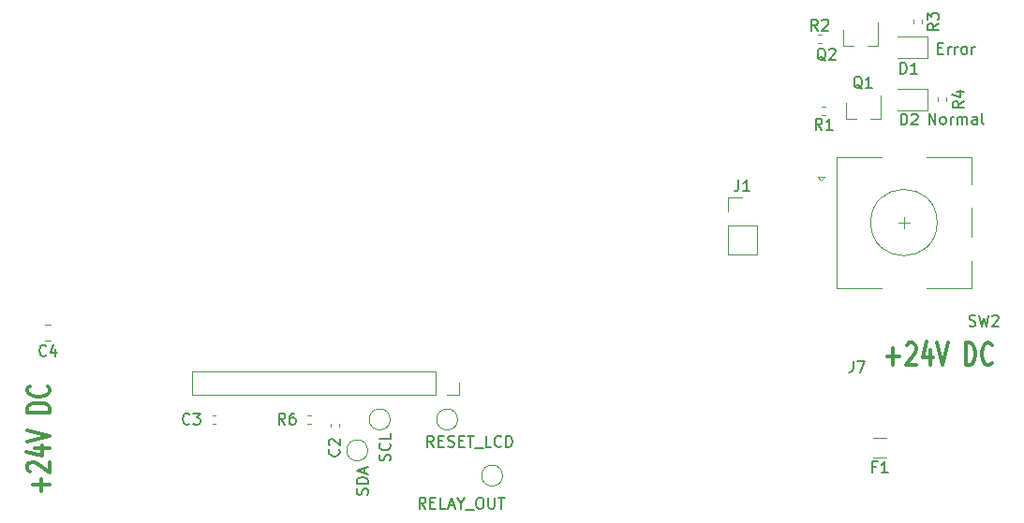
<source format=gbr>
%TF.GenerationSoftware,KiCad,Pcbnew,(5.1.10-1-10_14)*%
%TF.CreationDate,2022-07-31T12:18:55+02:00*%
%TF.ProjectId,RO Flow Counter,524f2046-6c6f-4772-9043-6f756e746572,rev?*%
%TF.SameCoordinates,Original*%
%TF.FileFunction,Legend,Top*%
%TF.FilePolarity,Positive*%
%FSLAX46Y46*%
G04 Gerber Fmt 4.6, Leading zero omitted, Abs format (unit mm)*
G04 Created by KiCad (PCBNEW (5.1.10-1-10_14)) date 2022-07-31 12:18:55*
%MOMM*%
%LPD*%
G01*
G04 APERTURE LIST*
%ADD10C,0.375000*%
%ADD11C,0.150000*%
%ADD12C,0.120000*%
G04 APERTURE END LIST*
D10*
X211947714Y-95138857D02*
X213090571Y-95138857D01*
X212519142Y-95900761D02*
X212519142Y-94376952D01*
X213733428Y-94091238D02*
X213804857Y-93996000D01*
X213947714Y-93900761D01*
X214304857Y-93900761D01*
X214447714Y-93996000D01*
X214519142Y-94091238D01*
X214590571Y-94281714D01*
X214590571Y-94472190D01*
X214519142Y-94757904D01*
X213662000Y-95900761D01*
X214590571Y-95900761D01*
X215876285Y-94567428D02*
X215876285Y-95900761D01*
X215519142Y-93805523D02*
X215162000Y-95234095D01*
X216090571Y-95234095D01*
X216447714Y-93900761D02*
X216947714Y-95900761D01*
X217447714Y-93900761D01*
X219090571Y-95900761D02*
X219090571Y-93900761D01*
X219447714Y-93900761D01*
X219662000Y-93996000D01*
X219804857Y-94186476D01*
X219876285Y-94376952D01*
X219947714Y-94757904D01*
X219947714Y-95043619D01*
X219876285Y-95424571D01*
X219804857Y-95615047D01*
X219662000Y-95805523D01*
X219447714Y-95900761D01*
X219090571Y-95900761D01*
X221447714Y-95710285D02*
X221376285Y-95805523D01*
X221162000Y-95900761D01*
X221019142Y-95900761D01*
X220804857Y-95805523D01*
X220662000Y-95615047D01*
X220590571Y-95424571D01*
X220519142Y-95043619D01*
X220519142Y-94757904D01*
X220590571Y-94376952D01*
X220662000Y-94186476D01*
X220804857Y-93996000D01*
X221019142Y-93900761D01*
X221162000Y-93900761D01*
X221376285Y-93996000D01*
X221447714Y-94091238D01*
X135524857Y-107330285D02*
X135524857Y-106187428D01*
X136286761Y-106758857D02*
X134762952Y-106758857D01*
X134477238Y-105544571D02*
X134382000Y-105473142D01*
X134286761Y-105330285D01*
X134286761Y-104973142D01*
X134382000Y-104830285D01*
X134477238Y-104758857D01*
X134667714Y-104687428D01*
X134858190Y-104687428D01*
X135143904Y-104758857D01*
X136286761Y-105616000D01*
X136286761Y-104687428D01*
X134953428Y-103401714D02*
X136286761Y-103401714D01*
X134191523Y-103758857D02*
X135620095Y-104116000D01*
X135620095Y-103187428D01*
X134286761Y-102830285D02*
X136286761Y-102330285D01*
X134286761Y-101830285D01*
X136286761Y-100187428D02*
X134286761Y-100187428D01*
X134286761Y-99830285D01*
X134382000Y-99616000D01*
X134572476Y-99473142D01*
X134762952Y-99401714D01*
X135143904Y-99330285D01*
X135429619Y-99330285D01*
X135810571Y-99401714D01*
X136001047Y-99473142D01*
X136191523Y-99616000D01*
X136286761Y-99830285D01*
X136286761Y-100187428D01*
X136096285Y-97830285D02*
X136191523Y-97901714D01*
X136286761Y-98116000D01*
X136286761Y-98258857D01*
X136191523Y-98473142D01*
X136001047Y-98616000D01*
X135810571Y-98687428D01*
X135429619Y-98758857D01*
X135143904Y-98758857D01*
X134762952Y-98687428D01*
X134572476Y-98616000D01*
X134382000Y-98473142D01*
X134286761Y-98258857D01*
X134286761Y-98116000D01*
X134382000Y-97901714D01*
X134477238Y-97830285D01*
D11*
X215757428Y-74112380D02*
X215757428Y-73112380D01*
X216328857Y-74112380D01*
X216328857Y-73112380D01*
X216947904Y-74112380D02*
X216852666Y-74064761D01*
X216805047Y-74017142D01*
X216757428Y-73921904D01*
X216757428Y-73636190D01*
X216805047Y-73540952D01*
X216852666Y-73493333D01*
X216947904Y-73445714D01*
X217090761Y-73445714D01*
X217186000Y-73493333D01*
X217233619Y-73540952D01*
X217281238Y-73636190D01*
X217281238Y-73921904D01*
X217233619Y-74017142D01*
X217186000Y-74064761D01*
X217090761Y-74112380D01*
X216947904Y-74112380D01*
X217709809Y-74112380D02*
X217709809Y-73445714D01*
X217709809Y-73636190D02*
X217757428Y-73540952D01*
X217805047Y-73493333D01*
X217900285Y-73445714D01*
X217995523Y-73445714D01*
X218328857Y-74112380D02*
X218328857Y-73445714D01*
X218328857Y-73540952D02*
X218376476Y-73493333D01*
X218471714Y-73445714D01*
X218614571Y-73445714D01*
X218709809Y-73493333D01*
X218757428Y-73588571D01*
X218757428Y-74112380D01*
X218757428Y-73588571D02*
X218805047Y-73493333D01*
X218900285Y-73445714D01*
X219043142Y-73445714D01*
X219138380Y-73493333D01*
X219186000Y-73588571D01*
X219186000Y-74112380D01*
X220090761Y-74112380D02*
X220090761Y-73588571D01*
X220043142Y-73493333D01*
X219947904Y-73445714D01*
X219757428Y-73445714D01*
X219662190Y-73493333D01*
X220090761Y-74064761D02*
X219995523Y-74112380D01*
X219757428Y-74112380D01*
X219662190Y-74064761D01*
X219614571Y-73969523D01*
X219614571Y-73874285D01*
X219662190Y-73779047D01*
X219757428Y-73731428D01*
X219995523Y-73731428D01*
X220090761Y-73683809D01*
X220709809Y-74112380D02*
X220614571Y-74064761D01*
X220566952Y-73969523D01*
X220566952Y-73112380D01*
X216590761Y-67238571D02*
X216924095Y-67238571D01*
X217066952Y-67762380D02*
X216590761Y-67762380D01*
X216590761Y-66762380D01*
X217066952Y-66762380D01*
X217495523Y-67762380D02*
X217495523Y-67095714D01*
X217495523Y-67286190D02*
X217543142Y-67190952D01*
X217590761Y-67143333D01*
X217686000Y-67095714D01*
X217781238Y-67095714D01*
X218114571Y-67762380D02*
X218114571Y-67095714D01*
X218114571Y-67286190D02*
X218162190Y-67190952D01*
X218209809Y-67143333D01*
X218305047Y-67095714D01*
X218400285Y-67095714D01*
X218876476Y-67762380D02*
X218781238Y-67714761D01*
X218733619Y-67667142D01*
X218686000Y-67571904D01*
X218686000Y-67286190D01*
X218733619Y-67190952D01*
X218781238Y-67143333D01*
X218876476Y-67095714D01*
X219019333Y-67095714D01*
X219114571Y-67143333D01*
X219162190Y-67190952D01*
X219209809Y-67286190D01*
X219209809Y-67571904D01*
X219162190Y-67667142D01*
X219114571Y-67714761D01*
X219019333Y-67762380D01*
X218876476Y-67762380D01*
X219638380Y-67762380D02*
X219638380Y-67095714D01*
X219638380Y-67286190D02*
X219686000Y-67190952D01*
X219733619Y-67143333D01*
X219828857Y-67095714D01*
X219924095Y-67095714D01*
D12*
%TO.C,J1*%
X197552000Y-80712000D02*
X198882000Y-80712000D01*
X197552000Y-82042000D02*
X197552000Y-80712000D01*
X197552000Y-83312000D02*
X200212000Y-83312000D01*
X200212000Y-83312000D02*
X200212000Y-85912000D01*
X197552000Y-83312000D02*
X197552000Y-85912000D01*
X197552000Y-85912000D02*
X200212000Y-85912000D01*
%TO.C,F1*%
X211930064Y-102468000D02*
X210725936Y-102468000D01*
X211930064Y-104288000D02*
X210725936Y-104288000D01*
%TO.C,TP8*%
X173162000Y-100838000D02*
G75*
G03*
X173162000Y-100838000I-950000J0D01*
G01*
%TO.C,TP6*%
X165034000Y-103632000D02*
G75*
G03*
X165034000Y-103632000I-950000J0D01*
G01*
%TO.C,TP4*%
X177226000Y-105918000D02*
G75*
G03*
X177226000Y-105918000I-950000J0D01*
G01*
%TO.C,TP11*%
X167066000Y-100838000D02*
G75*
G03*
X167066000Y-100838000I-950000J0D01*
G01*
%TO.C,J2*%
X173272000Y-97536000D02*
X173272000Y-98596000D01*
X173272000Y-98596000D02*
X172212000Y-98596000D01*
X171212000Y-98596000D02*
X149152000Y-98596000D01*
X149152000Y-96476000D02*
X149152000Y-98596000D01*
X171212000Y-96476000D02*
X149152000Y-96476000D01*
X171212000Y-96476000D02*
X171212000Y-98596000D01*
%TO.C,SW2*%
X212994000Y-83018000D02*
X213994000Y-83018000D01*
X213494000Y-82518000D02*
X213494000Y-83518000D01*
X219594000Y-86518000D02*
X219594000Y-88918000D01*
X219594000Y-81718000D02*
X219594000Y-84318000D01*
X219594000Y-77118000D02*
X219594000Y-79518000D01*
X206294000Y-78918000D02*
X205994000Y-79218000D01*
X205694000Y-78918000D02*
X206294000Y-78918000D01*
X205994000Y-79218000D02*
X205694000Y-78918000D01*
X207394000Y-77118000D02*
X207394000Y-88918000D01*
X211494000Y-77118000D02*
X207394000Y-77118000D01*
X211494000Y-88918000D02*
X207394000Y-88918000D01*
X219594000Y-88918000D02*
X215494000Y-88918000D01*
X215494000Y-77118000D02*
X219594000Y-77118000D01*
X216494000Y-83018000D02*
G75*
G03*
X216494000Y-83018000I-3000000J0D01*
G01*
%TO.C,R6*%
X159612359Y-100458000D02*
X159919641Y-100458000D01*
X159612359Y-101218000D02*
X159919641Y-101218000D01*
%TO.C,R4*%
X216536000Y-72033641D02*
X216536000Y-71726359D01*
X217296000Y-72033641D02*
X217296000Y-71726359D01*
%TO.C,R3*%
X214376000Y-64997641D02*
X214376000Y-64690359D01*
X215136000Y-64997641D02*
X215136000Y-64690359D01*
%TO.C,R2*%
X205712359Y-65988000D02*
X206019641Y-65988000D01*
X205712359Y-66748000D02*
X206019641Y-66748000D01*
%TO.C,R1*%
X206092359Y-72518000D02*
X206399641Y-72518000D01*
X206092359Y-73278000D02*
X206399641Y-73278000D01*
%TO.C,Q2*%
X207970000Y-67054000D02*
X208900000Y-67054000D01*
X211130000Y-67054000D02*
X210200000Y-67054000D01*
X211130000Y-67054000D02*
X211130000Y-64894000D01*
X207970000Y-67054000D02*
X207970000Y-65594000D01*
%TO.C,Q1*%
X208224000Y-73658000D02*
X209154000Y-73658000D01*
X211384000Y-73658000D02*
X210454000Y-73658000D01*
X211384000Y-73658000D02*
X211384000Y-71498000D01*
X208224000Y-73658000D02*
X208224000Y-72198000D01*
%TO.C,D2*%
X212946500Y-72842000D02*
X215631500Y-72842000D01*
X215631500Y-72842000D02*
X215631500Y-70922000D01*
X215631500Y-70922000D02*
X212946500Y-70922000D01*
%TO.C,D1*%
X212915500Y-68090000D02*
X215600500Y-68090000D01*
X215600500Y-68090000D02*
X215600500Y-66170000D01*
X215600500Y-66170000D02*
X212915500Y-66170000D01*
%TO.C,C4*%
X136405252Y-93699000D02*
X135882748Y-93699000D01*
X136405252Y-92229000D02*
X135882748Y-92229000D01*
%TO.C,C3*%
X151022164Y-100478000D02*
X151237836Y-100478000D01*
X151022164Y-101198000D02*
X151237836Y-101198000D01*
%TO.C,C2*%
X161692000Y-101238164D02*
X161692000Y-101453836D01*
X162412000Y-101238164D02*
X162412000Y-101453836D01*
%TO.C,J7*%
D11*
X208906666Y-95562380D02*
X208906666Y-96276666D01*
X208859047Y-96419523D01*
X208763809Y-96514761D01*
X208620952Y-96562380D01*
X208525714Y-96562380D01*
X209287619Y-95562380D02*
X209954285Y-95562380D01*
X209525714Y-96562380D01*
%TO.C,J1*%
X198548666Y-79164380D02*
X198548666Y-79878666D01*
X198501047Y-80021523D01*
X198405809Y-80116761D01*
X198262952Y-80164380D01*
X198167714Y-80164380D01*
X199548666Y-80164380D02*
X198977238Y-80164380D01*
X199262952Y-80164380D02*
X199262952Y-79164380D01*
X199167714Y-79307238D01*
X199072476Y-79402476D01*
X198977238Y-79450095D01*
%TO.C,F1*%
X210994666Y-105126571D02*
X210661333Y-105126571D01*
X210661333Y-105650380D02*
X210661333Y-104650380D01*
X211137523Y-104650380D01*
X212042285Y-105650380D02*
X211470857Y-105650380D01*
X211756571Y-105650380D02*
X211756571Y-104650380D01*
X211661333Y-104793238D01*
X211566095Y-104888476D01*
X211470857Y-104936095D01*
%TO.C,TP8*%
X171005904Y-103322380D02*
X170672571Y-102846190D01*
X170434476Y-103322380D02*
X170434476Y-102322380D01*
X170815428Y-102322380D01*
X170910666Y-102370000D01*
X170958285Y-102417619D01*
X171005904Y-102512857D01*
X171005904Y-102655714D01*
X170958285Y-102750952D01*
X170910666Y-102798571D01*
X170815428Y-102846190D01*
X170434476Y-102846190D01*
X171434476Y-102798571D02*
X171767809Y-102798571D01*
X171910666Y-103322380D02*
X171434476Y-103322380D01*
X171434476Y-102322380D01*
X171910666Y-102322380D01*
X172291619Y-103274761D02*
X172434476Y-103322380D01*
X172672571Y-103322380D01*
X172767809Y-103274761D01*
X172815428Y-103227142D01*
X172863047Y-103131904D01*
X172863047Y-103036666D01*
X172815428Y-102941428D01*
X172767809Y-102893809D01*
X172672571Y-102846190D01*
X172482095Y-102798571D01*
X172386857Y-102750952D01*
X172339238Y-102703333D01*
X172291619Y-102608095D01*
X172291619Y-102512857D01*
X172339238Y-102417619D01*
X172386857Y-102370000D01*
X172482095Y-102322380D01*
X172720190Y-102322380D01*
X172863047Y-102370000D01*
X173291619Y-102798571D02*
X173624952Y-102798571D01*
X173767809Y-103322380D02*
X173291619Y-103322380D01*
X173291619Y-102322380D01*
X173767809Y-102322380D01*
X174053523Y-102322380D02*
X174624952Y-102322380D01*
X174339238Y-103322380D02*
X174339238Y-102322380D01*
X174720190Y-103417619D02*
X175482095Y-103417619D01*
X176196380Y-103322380D02*
X175720190Y-103322380D01*
X175720190Y-102322380D01*
X177101142Y-103227142D02*
X177053523Y-103274761D01*
X176910666Y-103322380D01*
X176815428Y-103322380D01*
X176672571Y-103274761D01*
X176577333Y-103179523D01*
X176529714Y-103084285D01*
X176482095Y-102893809D01*
X176482095Y-102750952D01*
X176529714Y-102560476D01*
X176577333Y-102465238D01*
X176672571Y-102370000D01*
X176815428Y-102322380D01*
X176910666Y-102322380D01*
X177053523Y-102370000D01*
X177101142Y-102417619D01*
X177529714Y-103322380D02*
X177529714Y-102322380D01*
X177767809Y-102322380D01*
X177910666Y-102370000D01*
X178005904Y-102465238D01*
X178053523Y-102560476D01*
X178101142Y-102750952D01*
X178101142Y-102893809D01*
X178053523Y-103084285D01*
X178005904Y-103179523D01*
X177910666Y-103274761D01*
X177767809Y-103322380D01*
X177529714Y-103322380D01*
%TO.C,TP6*%
X164996761Y-107640285D02*
X165044380Y-107497428D01*
X165044380Y-107259333D01*
X164996761Y-107164095D01*
X164949142Y-107116476D01*
X164853904Y-107068857D01*
X164758666Y-107068857D01*
X164663428Y-107116476D01*
X164615809Y-107164095D01*
X164568190Y-107259333D01*
X164520571Y-107449809D01*
X164472952Y-107545047D01*
X164425333Y-107592666D01*
X164330095Y-107640285D01*
X164234857Y-107640285D01*
X164139619Y-107592666D01*
X164092000Y-107545047D01*
X164044380Y-107449809D01*
X164044380Y-107211714D01*
X164092000Y-107068857D01*
X165044380Y-106640285D02*
X164044380Y-106640285D01*
X164044380Y-106402190D01*
X164092000Y-106259333D01*
X164187238Y-106164095D01*
X164282476Y-106116476D01*
X164472952Y-106068857D01*
X164615809Y-106068857D01*
X164806285Y-106116476D01*
X164901523Y-106164095D01*
X164996761Y-106259333D01*
X165044380Y-106402190D01*
X165044380Y-106640285D01*
X164758666Y-105687904D02*
X164758666Y-105211714D01*
X165044380Y-105783142D02*
X164044380Y-105449809D01*
X165044380Y-105116476D01*
%TO.C,TP4*%
X170267714Y-108910380D02*
X169934380Y-108434190D01*
X169696285Y-108910380D02*
X169696285Y-107910380D01*
X170077238Y-107910380D01*
X170172476Y-107958000D01*
X170220095Y-108005619D01*
X170267714Y-108100857D01*
X170267714Y-108243714D01*
X170220095Y-108338952D01*
X170172476Y-108386571D01*
X170077238Y-108434190D01*
X169696285Y-108434190D01*
X170696285Y-108386571D02*
X171029619Y-108386571D01*
X171172476Y-108910380D02*
X170696285Y-108910380D01*
X170696285Y-107910380D01*
X171172476Y-107910380D01*
X172077238Y-108910380D02*
X171601047Y-108910380D01*
X171601047Y-107910380D01*
X172362952Y-108624666D02*
X172839142Y-108624666D01*
X172267714Y-108910380D02*
X172601047Y-107910380D01*
X172934380Y-108910380D01*
X173458190Y-108434190D02*
X173458190Y-108910380D01*
X173124857Y-107910380D02*
X173458190Y-108434190D01*
X173791523Y-107910380D01*
X173886761Y-109005619D02*
X174648666Y-109005619D01*
X175077238Y-107910380D02*
X175267714Y-107910380D01*
X175362952Y-107958000D01*
X175458190Y-108053238D01*
X175505809Y-108243714D01*
X175505809Y-108577047D01*
X175458190Y-108767523D01*
X175362952Y-108862761D01*
X175267714Y-108910380D01*
X175077238Y-108910380D01*
X174982000Y-108862761D01*
X174886761Y-108767523D01*
X174839142Y-108577047D01*
X174839142Y-108243714D01*
X174886761Y-108053238D01*
X174982000Y-107958000D01*
X175077238Y-107910380D01*
X175934380Y-107910380D02*
X175934380Y-108719904D01*
X175982000Y-108815142D01*
X176029619Y-108862761D01*
X176124857Y-108910380D01*
X176315333Y-108910380D01*
X176410571Y-108862761D01*
X176458190Y-108815142D01*
X176505809Y-108719904D01*
X176505809Y-107910380D01*
X176839142Y-107910380D02*
X177410571Y-107910380D01*
X177124857Y-108910380D02*
X177124857Y-107910380D01*
%TO.C,TP11*%
X167028761Y-104568476D02*
X167076380Y-104425619D01*
X167076380Y-104187523D01*
X167028761Y-104092285D01*
X166981142Y-104044666D01*
X166885904Y-103997047D01*
X166790666Y-103997047D01*
X166695428Y-104044666D01*
X166647809Y-104092285D01*
X166600190Y-104187523D01*
X166552571Y-104378000D01*
X166504952Y-104473238D01*
X166457333Y-104520857D01*
X166362095Y-104568476D01*
X166266857Y-104568476D01*
X166171619Y-104520857D01*
X166124000Y-104473238D01*
X166076380Y-104378000D01*
X166076380Y-104139904D01*
X166124000Y-103997047D01*
X166981142Y-102997047D02*
X167028761Y-103044666D01*
X167076380Y-103187523D01*
X167076380Y-103282761D01*
X167028761Y-103425619D01*
X166933523Y-103520857D01*
X166838285Y-103568476D01*
X166647809Y-103616095D01*
X166504952Y-103616095D01*
X166314476Y-103568476D01*
X166219238Y-103520857D01*
X166124000Y-103425619D01*
X166076380Y-103282761D01*
X166076380Y-103187523D01*
X166124000Y-103044666D01*
X166171619Y-102997047D01*
X167076380Y-102092285D02*
X167076380Y-102568476D01*
X166076380Y-102568476D01*
%TO.C,SW2*%
X219392666Y-92352761D02*
X219535523Y-92400380D01*
X219773619Y-92400380D01*
X219868857Y-92352761D01*
X219916476Y-92305142D01*
X219964095Y-92209904D01*
X219964095Y-92114666D01*
X219916476Y-92019428D01*
X219868857Y-91971809D01*
X219773619Y-91924190D01*
X219583142Y-91876571D01*
X219487904Y-91828952D01*
X219440285Y-91781333D01*
X219392666Y-91686095D01*
X219392666Y-91590857D01*
X219440285Y-91495619D01*
X219487904Y-91448000D01*
X219583142Y-91400380D01*
X219821238Y-91400380D01*
X219964095Y-91448000D01*
X220297428Y-91400380D02*
X220535523Y-92400380D01*
X220726000Y-91686095D01*
X220916476Y-92400380D01*
X221154571Y-91400380D01*
X221487904Y-91495619D02*
X221535523Y-91448000D01*
X221630761Y-91400380D01*
X221868857Y-91400380D01*
X221964095Y-91448000D01*
X222011714Y-91495619D01*
X222059333Y-91590857D01*
X222059333Y-91686095D01*
X222011714Y-91828952D01*
X221440285Y-92400380D01*
X222059333Y-92400380D01*
%TO.C,R6*%
X157567333Y-101290380D02*
X157234000Y-100814190D01*
X156995904Y-101290380D02*
X156995904Y-100290380D01*
X157376857Y-100290380D01*
X157472095Y-100338000D01*
X157519714Y-100385619D01*
X157567333Y-100480857D01*
X157567333Y-100623714D01*
X157519714Y-100718952D01*
X157472095Y-100766571D01*
X157376857Y-100814190D01*
X156995904Y-100814190D01*
X158424476Y-100290380D02*
X158234000Y-100290380D01*
X158138761Y-100338000D01*
X158091142Y-100385619D01*
X157995904Y-100528476D01*
X157948285Y-100718952D01*
X157948285Y-101099904D01*
X157995904Y-101195142D01*
X158043523Y-101242761D01*
X158138761Y-101290380D01*
X158329238Y-101290380D01*
X158424476Y-101242761D01*
X158472095Y-101195142D01*
X158519714Y-101099904D01*
X158519714Y-100861809D01*
X158472095Y-100766571D01*
X158424476Y-100718952D01*
X158329238Y-100671333D01*
X158138761Y-100671333D01*
X158043523Y-100718952D01*
X157995904Y-100766571D01*
X157948285Y-100861809D01*
%TO.C,R4*%
X218892380Y-72046666D02*
X218416190Y-72380000D01*
X218892380Y-72618095D02*
X217892380Y-72618095D01*
X217892380Y-72237142D01*
X217940000Y-72141904D01*
X217987619Y-72094285D01*
X218082857Y-72046666D01*
X218225714Y-72046666D01*
X218320952Y-72094285D01*
X218368571Y-72141904D01*
X218416190Y-72237142D01*
X218416190Y-72618095D01*
X218225714Y-71189523D02*
X218892380Y-71189523D01*
X217844761Y-71427619D02*
X218559047Y-71665714D01*
X218559047Y-71046666D01*
%TO.C,R3*%
X216606380Y-65010666D02*
X216130190Y-65344000D01*
X216606380Y-65582095D02*
X215606380Y-65582095D01*
X215606380Y-65201142D01*
X215654000Y-65105904D01*
X215701619Y-65058285D01*
X215796857Y-65010666D01*
X215939714Y-65010666D01*
X216034952Y-65058285D01*
X216082571Y-65105904D01*
X216130190Y-65201142D01*
X216130190Y-65582095D01*
X215606380Y-64677333D02*
X215606380Y-64058285D01*
X215987333Y-64391619D01*
X215987333Y-64248761D01*
X216034952Y-64153523D01*
X216082571Y-64105904D01*
X216177809Y-64058285D01*
X216415904Y-64058285D01*
X216511142Y-64105904D01*
X216558761Y-64153523D01*
X216606380Y-64248761D01*
X216606380Y-64534476D01*
X216558761Y-64629714D01*
X216511142Y-64677333D01*
%TO.C,R2*%
X205699333Y-65650380D02*
X205366000Y-65174190D01*
X205127904Y-65650380D02*
X205127904Y-64650380D01*
X205508857Y-64650380D01*
X205604095Y-64698000D01*
X205651714Y-64745619D01*
X205699333Y-64840857D01*
X205699333Y-64983714D01*
X205651714Y-65078952D01*
X205604095Y-65126571D01*
X205508857Y-65174190D01*
X205127904Y-65174190D01*
X206080285Y-64745619D02*
X206127904Y-64698000D01*
X206223142Y-64650380D01*
X206461238Y-64650380D01*
X206556476Y-64698000D01*
X206604095Y-64745619D01*
X206651714Y-64840857D01*
X206651714Y-64936095D01*
X206604095Y-65078952D01*
X206032666Y-65650380D01*
X206651714Y-65650380D01*
%TO.C,R1*%
X206079333Y-74620380D02*
X205746000Y-74144190D01*
X205507904Y-74620380D02*
X205507904Y-73620380D01*
X205888857Y-73620380D01*
X205984095Y-73668000D01*
X206031714Y-73715619D01*
X206079333Y-73810857D01*
X206079333Y-73953714D01*
X206031714Y-74048952D01*
X205984095Y-74096571D01*
X205888857Y-74144190D01*
X205507904Y-74144190D01*
X207031714Y-74620380D02*
X206460285Y-74620380D01*
X206746000Y-74620380D02*
X206746000Y-73620380D01*
X206650761Y-73763238D01*
X206555523Y-73858476D01*
X206460285Y-73906095D01*
%TO.C,Q2*%
X206406761Y-68365619D02*
X206311523Y-68318000D01*
X206216285Y-68222761D01*
X206073428Y-68079904D01*
X205978190Y-68032285D01*
X205882952Y-68032285D01*
X205930571Y-68270380D02*
X205835333Y-68222761D01*
X205740095Y-68127523D01*
X205692476Y-67937047D01*
X205692476Y-67603714D01*
X205740095Y-67413238D01*
X205835333Y-67318000D01*
X205930571Y-67270380D01*
X206121047Y-67270380D01*
X206216285Y-67318000D01*
X206311523Y-67413238D01*
X206359142Y-67603714D01*
X206359142Y-67937047D01*
X206311523Y-68127523D01*
X206216285Y-68222761D01*
X206121047Y-68270380D01*
X205930571Y-68270380D01*
X206740095Y-67365619D02*
X206787714Y-67318000D01*
X206882952Y-67270380D01*
X207121047Y-67270380D01*
X207216285Y-67318000D01*
X207263904Y-67365619D01*
X207311523Y-67460857D01*
X207311523Y-67556095D01*
X207263904Y-67698952D01*
X206692476Y-68270380D01*
X207311523Y-68270380D01*
%TO.C,Q1*%
X209708761Y-70905619D02*
X209613523Y-70858000D01*
X209518285Y-70762761D01*
X209375428Y-70619904D01*
X209280190Y-70572285D01*
X209184952Y-70572285D01*
X209232571Y-70810380D02*
X209137333Y-70762761D01*
X209042095Y-70667523D01*
X208994476Y-70477047D01*
X208994476Y-70143714D01*
X209042095Y-69953238D01*
X209137333Y-69858000D01*
X209232571Y-69810380D01*
X209423047Y-69810380D01*
X209518285Y-69858000D01*
X209613523Y-69953238D01*
X209661142Y-70143714D01*
X209661142Y-70477047D01*
X209613523Y-70667523D01*
X209518285Y-70762761D01*
X209423047Y-70810380D01*
X209232571Y-70810380D01*
X210613523Y-70810380D02*
X210042095Y-70810380D01*
X210327809Y-70810380D02*
X210327809Y-69810380D01*
X210232571Y-69953238D01*
X210137333Y-70048476D01*
X210042095Y-70096095D01*
%TO.C,D2*%
X213208404Y-74182380D02*
X213208404Y-73182380D01*
X213446500Y-73182380D01*
X213589357Y-73230000D01*
X213684595Y-73325238D01*
X213732214Y-73420476D01*
X213779833Y-73610952D01*
X213779833Y-73753809D01*
X213732214Y-73944285D01*
X213684595Y-74039523D01*
X213589357Y-74134761D01*
X213446500Y-74182380D01*
X213208404Y-74182380D01*
X214160785Y-73277619D02*
X214208404Y-73230000D01*
X214303642Y-73182380D01*
X214541738Y-73182380D01*
X214636976Y-73230000D01*
X214684595Y-73277619D01*
X214732214Y-73372857D01*
X214732214Y-73468095D01*
X214684595Y-73610952D01*
X214113166Y-74182380D01*
X214732214Y-74182380D01*
%TO.C,D1*%
X213177404Y-69540380D02*
X213177404Y-68540380D01*
X213415500Y-68540380D01*
X213558357Y-68588000D01*
X213653595Y-68683238D01*
X213701214Y-68778476D01*
X213748833Y-68968952D01*
X213748833Y-69111809D01*
X213701214Y-69302285D01*
X213653595Y-69397523D01*
X213558357Y-69492761D01*
X213415500Y-69540380D01*
X213177404Y-69540380D01*
X214701214Y-69540380D02*
X214129785Y-69540380D01*
X214415500Y-69540380D02*
X214415500Y-68540380D01*
X214320261Y-68683238D01*
X214225023Y-68778476D01*
X214129785Y-68826095D01*
%TO.C,C4*%
X135977333Y-95001142D02*
X135929714Y-95048761D01*
X135786857Y-95096380D01*
X135691619Y-95096380D01*
X135548761Y-95048761D01*
X135453523Y-94953523D01*
X135405904Y-94858285D01*
X135358285Y-94667809D01*
X135358285Y-94524952D01*
X135405904Y-94334476D01*
X135453523Y-94239238D01*
X135548761Y-94144000D01*
X135691619Y-94096380D01*
X135786857Y-94096380D01*
X135929714Y-94144000D01*
X135977333Y-94191619D01*
X136834476Y-94429714D02*
X136834476Y-95096380D01*
X136596380Y-94048761D02*
X136358285Y-94763047D01*
X136977333Y-94763047D01*
%TO.C,C3*%
X148931333Y-101195142D02*
X148883714Y-101242761D01*
X148740857Y-101290380D01*
X148645619Y-101290380D01*
X148502761Y-101242761D01*
X148407523Y-101147523D01*
X148359904Y-101052285D01*
X148312285Y-100861809D01*
X148312285Y-100718952D01*
X148359904Y-100528476D01*
X148407523Y-100433238D01*
X148502761Y-100338000D01*
X148645619Y-100290380D01*
X148740857Y-100290380D01*
X148883714Y-100338000D01*
X148931333Y-100385619D01*
X149264666Y-100290380D02*
X149883714Y-100290380D01*
X149550380Y-100671333D01*
X149693238Y-100671333D01*
X149788476Y-100718952D01*
X149836095Y-100766571D01*
X149883714Y-100861809D01*
X149883714Y-101099904D01*
X149836095Y-101195142D01*
X149788476Y-101242761D01*
X149693238Y-101290380D01*
X149407523Y-101290380D01*
X149312285Y-101242761D01*
X149264666Y-101195142D01*
%TO.C,C2*%
X162409142Y-103544666D02*
X162456761Y-103592285D01*
X162504380Y-103735142D01*
X162504380Y-103830380D01*
X162456761Y-103973238D01*
X162361523Y-104068476D01*
X162266285Y-104116095D01*
X162075809Y-104163714D01*
X161932952Y-104163714D01*
X161742476Y-104116095D01*
X161647238Y-104068476D01*
X161552000Y-103973238D01*
X161504380Y-103830380D01*
X161504380Y-103735142D01*
X161552000Y-103592285D01*
X161599619Y-103544666D01*
X161599619Y-103163714D02*
X161552000Y-103116095D01*
X161504380Y-103020857D01*
X161504380Y-102782761D01*
X161552000Y-102687523D01*
X161599619Y-102639904D01*
X161694857Y-102592285D01*
X161790095Y-102592285D01*
X161932952Y-102639904D01*
X162504380Y-103211333D01*
X162504380Y-102592285D01*
%TD*%
M02*

</source>
